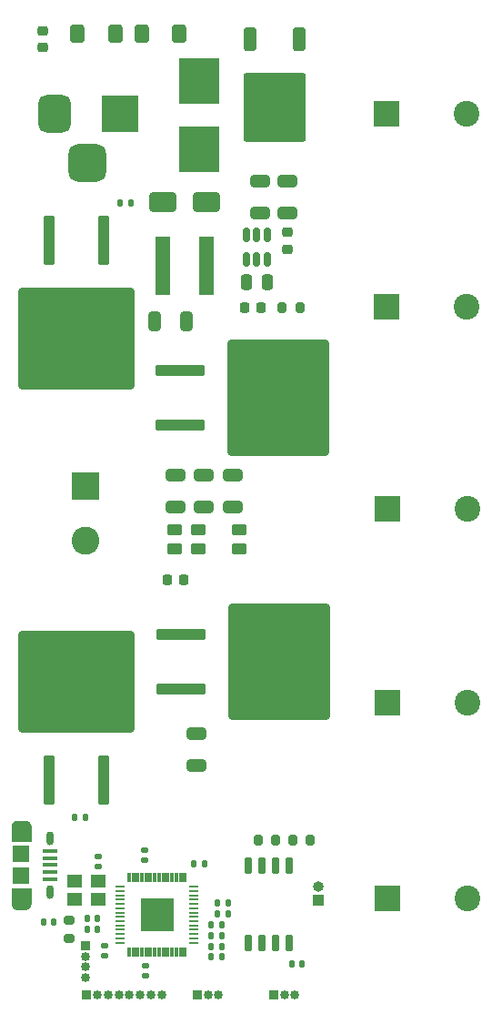
<source format=gts>
G04 #@! TF.GenerationSoftware,KiCad,Pcbnew,8.0.5*
G04 #@! TF.CreationDate,2024-12-11T09:51:45-08:00*
G04 #@! TF.ProjectId,OpenPEMF_Final,4f70656e-5045-44d4-965f-46696e616c2e,rev?*
G04 #@! TF.SameCoordinates,Original*
G04 #@! TF.FileFunction,Soldermask,Top*
G04 #@! TF.FilePolarity,Negative*
%FSLAX46Y46*%
G04 Gerber Fmt 4.6, Leading zero omitted, Abs format (unit mm)*
G04 Created by KiCad (PCBNEW 8.0.5) date 2024-12-11 09:51:45*
%MOMM*%
%LPD*%
G01*
G04 APERTURE LIST*
G04 Aperture macros list*
%AMRoundRect*
0 Rectangle with rounded corners*
0 $1 Rounding radius*
0 $2 $3 $4 $5 $6 $7 $8 $9 X,Y pos of 4 corners*
0 Add a 4 corners polygon primitive as box body*
4,1,4,$2,$3,$4,$5,$6,$7,$8,$9,$2,$3,0*
0 Add four circle primitives for the rounded corners*
1,1,$1+$1,$2,$3*
1,1,$1+$1,$4,$5*
1,1,$1+$1,$6,$7*
1,1,$1+$1,$8,$9*
0 Add four rect primitives between the rounded corners*
20,1,$1+$1,$2,$3,$4,$5,0*
20,1,$1+$1,$4,$5,$6,$7,0*
20,1,$1+$1,$6,$7,$8,$9,0*
20,1,$1+$1,$8,$9,$2,$3,0*%
G04 Aperture macros list end*
%ADD10C,0.000100*%
%ADD11RoundRect,0.140000X0.140000X0.170000X-0.140000X0.170000X-0.140000X-0.170000X0.140000X-0.170000X0*%
%ADD12RoundRect,0.150000X-0.150000X0.650000X-0.150000X-0.650000X0.150000X-0.650000X0.150000X0.650000X0*%
%ADD13R,2.400000X2.400000*%
%ADD14C,2.400000*%
%ADD15RoundRect,0.140000X-0.140000X-0.170000X0.140000X-0.170000X0.140000X0.170000X-0.140000X0.170000X0*%
%ADD16RoundRect,0.250000X0.250000X0.475000X-0.250000X0.475000X-0.250000X-0.475000X0.250000X-0.475000X0*%
%ADD17RoundRect,0.225000X-0.225000X-0.250000X0.225000X-0.250000X0.225000X0.250000X-0.225000X0.250000X0*%
%ADD18RoundRect,0.135000X0.135000X0.185000X-0.135000X0.185000X-0.135000X-0.185000X0.135000X-0.185000X0*%
%ADD19RoundRect,0.225000X-0.250000X0.225000X-0.250000X-0.225000X0.250000X-0.225000X0.250000X0.225000X0*%
%ADD20R,0.850000X0.850000*%
%ADD21O,0.850000X0.850000*%
%ADD22RoundRect,0.250000X-0.325000X-0.650000X0.325000X-0.650000X0.325000X0.650000X-0.325000X0.650000X0*%
%ADD23RoundRect,0.250000X0.300000X-2.050000X0.300000X2.050000X-0.300000X2.050000X-0.300000X-2.050000X0*%
%ADD24RoundRect,0.250002X5.149998X-4.449998X5.149998X4.449998X-5.149998X4.449998X-5.149998X-4.449998X0*%
%ADD25RoundRect,0.140000X-0.170000X0.140000X-0.170000X-0.140000X0.170000X-0.140000X0.170000X0.140000X0*%
%ADD26RoundRect,0.200000X-0.200000X-0.275000X0.200000X-0.275000X0.200000X0.275000X-0.200000X0.275000X0*%
%ADD27RoundRect,0.250000X-0.650000X0.325000X-0.650000X-0.325000X0.650000X-0.325000X0.650000X0.325000X0*%
%ADD28RoundRect,0.250000X0.650000X-0.325000X0.650000X0.325000X-0.650000X0.325000X-0.650000X-0.325000X0*%
%ADD29RoundRect,0.250000X0.400000X0.600000X-0.400000X0.600000X-0.400000X-0.600000X0.400000X-0.600000X0*%
%ADD30RoundRect,0.250000X-2.050000X-0.300000X2.050000X-0.300000X2.050000X0.300000X-2.050000X0.300000X0*%
%ADD31RoundRect,0.250002X-4.449998X-5.149998X4.449998X-5.149998X4.449998X5.149998X-4.449998X5.149998X0*%
%ADD32RoundRect,0.006000X-0.094000X0.414000X-0.094000X-0.414000X0.094000X-0.414000X0.094000X0.414000X0*%
%ADD33RoundRect,0.020000X-0.400000X0.080000X-0.400000X-0.080000X0.400000X-0.080000X0.400000X0.080000X0*%
%ADD34R,3.100000X3.100000*%
%ADD35R,1.430000X5.500000*%
%ADD36RoundRect,0.200000X0.275000X-0.200000X0.275000X0.200000X-0.275000X0.200000X-0.275000X-0.200000X0*%
%ADD37R,1.000000X1.000000*%
%ADD38O,1.000000X1.000000*%
%ADD39R,1.350000X0.400000*%
%ADD40O,0.650000X1.300000*%
%ADD41O,1.550000X0.775000*%
%ADD42R,1.550000X1.500000*%
%ADD43RoundRect,0.135000X-0.135000X-0.185000X0.135000X-0.185000X0.135000X0.185000X-0.135000X0.185000X0*%
%ADD44RoundRect,0.250000X-0.300000X2.050000X-0.300000X-2.050000X0.300000X-2.050000X0.300000X2.050000X0*%
%ADD45RoundRect,0.250002X-5.149998X4.449998X-5.149998X-4.449998X5.149998X-4.449998X5.149998X4.449998X0*%
%ADD46RoundRect,0.250000X-0.450000X0.262500X-0.450000X-0.262500X0.450000X-0.262500X0.450000X0.262500X0*%
%ADD47R,3.500000X3.500000*%
%ADD48RoundRect,0.750000X-0.750000X-1.000000X0.750000X-1.000000X0.750000X1.000000X-0.750000X1.000000X0*%
%ADD49RoundRect,0.875000X-0.875000X-0.875000X0.875000X-0.875000X0.875000X0.875000X-0.875000X0.875000X0*%
%ADD50RoundRect,0.140000X0.170000X-0.140000X0.170000X0.140000X-0.170000X0.140000X-0.170000X-0.140000X0*%
%ADD51R,1.400000X1.200000*%
%ADD52RoundRect,0.250000X-0.350000X0.850000X-0.350000X-0.850000X0.350000X-0.850000X0.350000X0.850000X0*%
%ADD53RoundRect,0.249997X-2.650003X2.950003X-2.650003X-2.950003X2.650003X-2.950003X2.650003X2.950003X0*%
%ADD54RoundRect,0.150000X0.150000X-0.512500X0.150000X0.512500X-0.150000X0.512500X-0.150000X-0.512500X0*%
%ADD55R,2.600000X2.600000*%
%ADD56C,2.600000*%
%ADD57RoundRect,0.250000X1.000000X0.650000X-1.000000X0.650000X-1.000000X-0.650000X1.000000X-0.650000X0*%
%ADD58R,3.810000X4.240000*%
G04 APERTURE END LIST*
D10*
X106378700Y-135100400D02*
X106377700Y-135126400D01*
X106375700Y-135152400D01*
X106372700Y-135178400D01*
X106367700Y-135204400D01*
X106361700Y-135229400D01*
X106354700Y-135255400D01*
X106345700Y-135279400D01*
X106335700Y-135303400D01*
X106324700Y-135327400D01*
X106311700Y-135350400D01*
X106297700Y-135372400D01*
X106283700Y-135394400D01*
X106267700Y-135415400D01*
X106250700Y-135435400D01*
X106232700Y-135454400D01*
X106213700Y-135472400D01*
X106193700Y-135489400D01*
X106172700Y-135505400D01*
X106150700Y-135519400D01*
X106128700Y-135533400D01*
X106105700Y-135546400D01*
X106081700Y-135557400D01*
X106057700Y-135567400D01*
X106033700Y-135576400D01*
X106007700Y-135583400D01*
X105982700Y-135589400D01*
X105956700Y-135594400D01*
X105930700Y-135597400D01*
X105904700Y-135599400D01*
X105878700Y-135600400D01*
X105128700Y-135600400D01*
X105102700Y-135599400D01*
X105076700Y-135597400D01*
X105050700Y-135594400D01*
X105024700Y-135589400D01*
X104999700Y-135583400D01*
X104973700Y-135576400D01*
X104949700Y-135567400D01*
X104925700Y-135557400D01*
X104901700Y-135546400D01*
X104878700Y-135533400D01*
X104856700Y-135519400D01*
X104834700Y-135505400D01*
X104813700Y-135489400D01*
X104793700Y-135472400D01*
X104774700Y-135454400D01*
X104756700Y-135435400D01*
X104739700Y-135415400D01*
X104723700Y-135394400D01*
X104709700Y-135372400D01*
X104695700Y-135350400D01*
X104682700Y-135327400D01*
X104671700Y-135303400D01*
X104661700Y-135279400D01*
X104652700Y-135255400D01*
X104645700Y-135229400D01*
X104639700Y-135204400D01*
X104634700Y-135178400D01*
X104631700Y-135152400D01*
X104629700Y-135126400D01*
X104628700Y-135100400D01*
X104628700Y-133700400D01*
X106378700Y-133700400D01*
X106378700Y-135100400D01*
G36*
X106378700Y-135100400D02*
G01*
X106377700Y-135126400D01*
X106375700Y-135152400D01*
X106372700Y-135178400D01*
X106367700Y-135204400D01*
X106361700Y-135229400D01*
X106354700Y-135255400D01*
X106345700Y-135279400D01*
X106335700Y-135303400D01*
X106324700Y-135327400D01*
X106311700Y-135350400D01*
X106297700Y-135372400D01*
X106283700Y-135394400D01*
X106267700Y-135415400D01*
X106250700Y-135435400D01*
X106232700Y-135454400D01*
X106213700Y-135472400D01*
X106193700Y-135489400D01*
X106172700Y-135505400D01*
X106150700Y-135519400D01*
X106128700Y-135533400D01*
X106105700Y-135546400D01*
X106081700Y-135557400D01*
X106057700Y-135567400D01*
X106033700Y-135576400D01*
X106007700Y-135583400D01*
X105982700Y-135589400D01*
X105956700Y-135594400D01*
X105930700Y-135597400D01*
X105904700Y-135599400D01*
X105878700Y-135600400D01*
X105128700Y-135600400D01*
X105102700Y-135599400D01*
X105076700Y-135597400D01*
X105050700Y-135594400D01*
X105024700Y-135589400D01*
X104999700Y-135583400D01*
X104973700Y-135576400D01*
X104949700Y-135567400D01*
X104925700Y-135557400D01*
X104901700Y-135546400D01*
X104878700Y-135533400D01*
X104856700Y-135519400D01*
X104834700Y-135505400D01*
X104813700Y-135489400D01*
X104793700Y-135472400D01*
X104774700Y-135454400D01*
X104756700Y-135435400D01*
X104739700Y-135415400D01*
X104723700Y-135394400D01*
X104709700Y-135372400D01*
X104695700Y-135350400D01*
X104682700Y-135327400D01*
X104671700Y-135303400D01*
X104661700Y-135279400D01*
X104652700Y-135255400D01*
X104645700Y-135229400D01*
X104639700Y-135204400D01*
X104634700Y-135178400D01*
X104631700Y-135152400D01*
X104629700Y-135126400D01*
X104628700Y-135100400D01*
X104628700Y-133700400D01*
X106378700Y-133700400D01*
X106378700Y-135100400D01*
G37*
X105904700Y-127401400D02*
X105930700Y-127403400D01*
X105956700Y-127406400D01*
X105982700Y-127411400D01*
X106007700Y-127417400D01*
X106033700Y-127424400D01*
X106057700Y-127433400D01*
X106081700Y-127443400D01*
X106105700Y-127454400D01*
X106128700Y-127467400D01*
X106150700Y-127481400D01*
X106172700Y-127495400D01*
X106193700Y-127511400D01*
X106213700Y-127528400D01*
X106232700Y-127546400D01*
X106250700Y-127565400D01*
X106267700Y-127585400D01*
X106283700Y-127606400D01*
X106297700Y-127628400D01*
X106311700Y-127650400D01*
X106324700Y-127673400D01*
X106335700Y-127697400D01*
X106345700Y-127721400D01*
X106354700Y-127745400D01*
X106361700Y-127771400D01*
X106367700Y-127796400D01*
X106372700Y-127822400D01*
X106375700Y-127848400D01*
X106377700Y-127874400D01*
X106378700Y-127900400D01*
X106378700Y-129300400D01*
X104628700Y-129300400D01*
X104628700Y-127900400D01*
X104629700Y-127874400D01*
X104631700Y-127848400D01*
X104634700Y-127822400D01*
X104639700Y-127796400D01*
X104645700Y-127771400D01*
X104652700Y-127745400D01*
X104661700Y-127721400D01*
X104671700Y-127697400D01*
X104682700Y-127673400D01*
X104695700Y-127650400D01*
X104709700Y-127628400D01*
X104723700Y-127606400D01*
X104739700Y-127585400D01*
X104756700Y-127565400D01*
X104774700Y-127546400D01*
X104793700Y-127528400D01*
X104813700Y-127511400D01*
X104834700Y-127495400D01*
X104856700Y-127481400D01*
X104878700Y-127467400D01*
X104901700Y-127454400D01*
X104925700Y-127443400D01*
X104949700Y-127433400D01*
X104973700Y-127424400D01*
X104999700Y-127417400D01*
X105024700Y-127411400D01*
X105050700Y-127406400D01*
X105076700Y-127403400D01*
X105102700Y-127401400D01*
X105128700Y-127400400D01*
X105878700Y-127400400D01*
X105904700Y-127401400D01*
G36*
X105904700Y-127401400D02*
G01*
X105930700Y-127403400D01*
X105956700Y-127406400D01*
X105982700Y-127411400D01*
X106007700Y-127417400D01*
X106033700Y-127424400D01*
X106057700Y-127433400D01*
X106081700Y-127443400D01*
X106105700Y-127454400D01*
X106128700Y-127467400D01*
X106150700Y-127481400D01*
X106172700Y-127495400D01*
X106193700Y-127511400D01*
X106213700Y-127528400D01*
X106232700Y-127546400D01*
X106250700Y-127565400D01*
X106267700Y-127585400D01*
X106283700Y-127606400D01*
X106297700Y-127628400D01*
X106311700Y-127650400D01*
X106324700Y-127673400D01*
X106335700Y-127697400D01*
X106345700Y-127721400D01*
X106354700Y-127745400D01*
X106361700Y-127771400D01*
X106367700Y-127796400D01*
X106372700Y-127822400D01*
X106375700Y-127848400D01*
X106377700Y-127874400D01*
X106378700Y-127900400D01*
X106378700Y-129300400D01*
X104628700Y-129300400D01*
X104628700Y-127900400D01*
X104629700Y-127874400D01*
X104631700Y-127848400D01*
X104634700Y-127822400D01*
X104639700Y-127796400D01*
X104645700Y-127771400D01*
X104652700Y-127745400D01*
X104661700Y-127721400D01*
X104671700Y-127697400D01*
X104682700Y-127673400D01*
X104695700Y-127650400D01*
X104709700Y-127628400D01*
X104723700Y-127606400D01*
X104739700Y-127585400D01*
X104756700Y-127565400D01*
X104774700Y-127546400D01*
X104793700Y-127528400D01*
X104813700Y-127511400D01*
X104834700Y-127495400D01*
X104856700Y-127481400D01*
X104878700Y-127467400D01*
X104901700Y-127454400D01*
X104925700Y-127443400D01*
X104949700Y-127433400D01*
X104973700Y-127424400D01*
X104999700Y-127417400D01*
X105024700Y-127411400D01*
X105050700Y-127406400D01*
X105076700Y-127403400D01*
X105102700Y-127401400D01*
X105128700Y-127400400D01*
X105878700Y-127400400D01*
X105904700Y-127401400D01*
G37*
D11*
X124765000Y-136065000D03*
X123805000Y-136065000D03*
D12*
X130490000Y-131565000D03*
X129220000Y-131565000D03*
X127950000Y-131565000D03*
X126680000Y-131565000D03*
X126680000Y-138765000D03*
X127950000Y-138765000D03*
X129220000Y-138765000D03*
X130490000Y-138765000D03*
D13*
X139487246Y-79550000D03*
D14*
X146987246Y-79550000D03*
D15*
X111655000Y-137465000D03*
X112615000Y-137465000D03*
D16*
X128400000Y-77300000D03*
X126500000Y-77300000D03*
D17*
X126325000Y-79700000D03*
X127875000Y-79700000D03*
D18*
X111460000Y-127050000D03*
X110440000Y-127050000D03*
D19*
X107500000Y-53882500D03*
X107500000Y-55432500D03*
D18*
X124195000Y-138065000D03*
X123175000Y-138065000D03*
D20*
X121885000Y-143565000D03*
D21*
X122885000Y-143565000D03*
X123885000Y-143565000D03*
D22*
X117925000Y-80900000D03*
X120875000Y-80900000D03*
D18*
X124195000Y-137065000D03*
X123175000Y-137065000D03*
D20*
X111600000Y-143600000D03*
D21*
X112600000Y-143600000D03*
X113600000Y-143600000D03*
X114600000Y-143600000D03*
X115600000Y-143600000D03*
X116600000Y-143600000D03*
X117600000Y-143600000D03*
X118600000Y-143600000D03*
D23*
X108085000Y-123625000D03*
D24*
X110625000Y-114475000D03*
D23*
X113165000Y-123625000D03*
D25*
X117085000Y-140865000D03*
X117085000Y-141825000D03*
D26*
X130760000Y-129165000D03*
X132410000Y-129165000D03*
D27*
X122500000Y-95225000D03*
X122500000Y-98175000D03*
D28*
X130250000Y-70875000D03*
X130250000Y-67925000D03*
D20*
X111500000Y-139000000D03*
D21*
X111500000Y-140000000D03*
X111500000Y-141000000D03*
X111500000Y-142000000D03*
D29*
X114250000Y-54157500D03*
X110750000Y-54157500D03*
D19*
X130250000Y-72650000D03*
X130250000Y-74200000D03*
D29*
X120250000Y-54157500D03*
X116750000Y-54157500D03*
D11*
X122545000Y-131365000D03*
X121585000Y-131365000D03*
D13*
X139587246Y-116400000D03*
D14*
X147087246Y-116400000D03*
D30*
X120350000Y-110060000D03*
D31*
X129500000Y-112600000D03*
D30*
X120350000Y-115140000D03*
D27*
X121800000Y-119275000D03*
X121800000Y-122225000D03*
D11*
X131665000Y-140715000D03*
X130705000Y-140715000D03*
D27*
X119850000Y-95250000D03*
X119850000Y-98200000D03*
X125200000Y-95250000D03*
X125200000Y-98200000D03*
D11*
X124165000Y-139065000D03*
X123205000Y-139065000D03*
D32*
X120745000Y-132695000D03*
X120345000Y-132695000D03*
X119945000Y-132695000D03*
X119545000Y-132695000D03*
X119145000Y-132695000D03*
X118745000Y-132695000D03*
X118345000Y-132695000D03*
X117945000Y-132695000D03*
X117545000Y-132695000D03*
X117145000Y-132695000D03*
X116745000Y-132695000D03*
X116345000Y-132695000D03*
X115945000Y-132695000D03*
X115545000Y-132695000D03*
D33*
X114710000Y-133530000D03*
X114710000Y-133930000D03*
X114710000Y-134330000D03*
X114710000Y-134730000D03*
X114710000Y-135130000D03*
X114710000Y-135530000D03*
X114710000Y-135930000D03*
X114710000Y-136330000D03*
X114710000Y-136730000D03*
X114710000Y-137130000D03*
X114710000Y-137530000D03*
X114710000Y-137930000D03*
X114710000Y-138330000D03*
X114710000Y-138730000D03*
D32*
X115545000Y-139565000D03*
X115945000Y-139565000D03*
X116345000Y-139565000D03*
X116745000Y-139565000D03*
X117145000Y-139565000D03*
X117545000Y-139565000D03*
X117945000Y-139565000D03*
X118345000Y-139565000D03*
X118745000Y-139565000D03*
X119145000Y-139565000D03*
X119545000Y-139565000D03*
X119945000Y-139565000D03*
X120345000Y-139565000D03*
X120745000Y-139565000D03*
D33*
X121580000Y-138730000D03*
X121580000Y-138330000D03*
X121580000Y-137930000D03*
X121580000Y-137530000D03*
X121580000Y-137130000D03*
X121580000Y-136730000D03*
X121580000Y-136330000D03*
X121580000Y-135930000D03*
X121580000Y-135530000D03*
X121580000Y-135130000D03*
X121580000Y-134730000D03*
X121580000Y-134330000D03*
X121580000Y-133930000D03*
X121580000Y-133530000D03*
D34*
X118145000Y-136130000D03*
D35*
X122745000Y-75750000D03*
X118705000Y-75750000D03*
D13*
X139487246Y-61600000D03*
D14*
X146987246Y-61600000D03*
D36*
X110000000Y-138325000D03*
X110000000Y-136675000D03*
D37*
X133200000Y-134750000D03*
D38*
X133200000Y-133480000D03*
D39*
X108203700Y-130200400D03*
X108203700Y-130850400D03*
X108203700Y-131500400D03*
X108203700Y-132150400D03*
X108203700Y-132800400D03*
D40*
X108203700Y-129000400D03*
X108203700Y-134000400D03*
D41*
X105503700Y-128000400D03*
D42*
X105503700Y-130500400D03*
X105503700Y-132500400D03*
D41*
X105503700Y-135000400D03*
D43*
X114700000Y-69950000D03*
X115720000Y-69950000D03*
D44*
X113165000Y-73425000D03*
D45*
X110625000Y-82575000D03*
D44*
X108085000Y-73425000D03*
D46*
X125800000Y-100300000D03*
X125800000Y-102125000D03*
D47*
X114700000Y-61600000D03*
D48*
X108600000Y-61600000D03*
D49*
X111700000Y-66200000D03*
D26*
X129825000Y-79700000D03*
X131475000Y-79700000D03*
D50*
X113300000Y-139980000D03*
X113300000Y-139020000D03*
D30*
X120325000Y-85485000D03*
D31*
X129475000Y-88025000D03*
D30*
X120325000Y-90565000D03*
D13*
X139587246Y-98400000D03*
D14*
X147087246Y-98400000D03*
D28*
X127750000Y-70875000D03*
X127750000Y-67925000D03*
D51*
X110485000Y-134715000D03*
X112685000Y-134715000D03*
X112685000Y-133015000D03*
X110485000Y-133015000D03*
D52*
X131405000Y-54725000D03*
D53*
X129125000Y-61025000D03*
D52*
X126845000Y-54725000D03*
D17*
X119125000Y-105000000D03*
X120675000Y-105000000D03*
D46*
X122000000Y-100300000D03*
X122000000Y-102125000D03*
D54*
X126500000Y-75137500D03*
X127450000Y-75137500D03*
X128400000Y-75137500D03*
X128400000Y-72862500D03*
X127450000Y-72862500D03*
X126500000Y-72862500D03*
D15*
X123805000Y-135065000D03*
X124765000Y-135065000D03*
D13*
X139587246Y-134600000D03*
D14*
X147087246Y-134600000D03*
D55*
X111495000Y-96255000D03*
D56*
X111495000Y-101335000D03*
D57*
X122725000Y-69850000D03*
X118725000Y-69850000D03*
D46*
X119800000Y-100287500D03*
X119800000Y-102112500D03*
D20*
X129000000Y-143600000D03*
D21*
X130000000Y-143600000D03*
X131000000Y-143600000D03*
D50*
X112700000Y-131660000D03*
X112700000Y-130700000D03*
D26*
X127560000Y-129165000D03*
X129210000Y-129165000D03*
D15*
X111655000Y-136465000D03*
X112615000Y-136465000D03*
D58*
X122100000Y-64935000D03*
X122100000Y-58565000D03*
D50*
X117000000Y-131095000D03*
X117000000Y-130135000D03*
D11*
X108560000Y-136800000D03*
X107600000Y-136800000D03*
D15*
X123205000Y-140065000D03*
X124165000Y-140065000D03*
M02*

</source>
